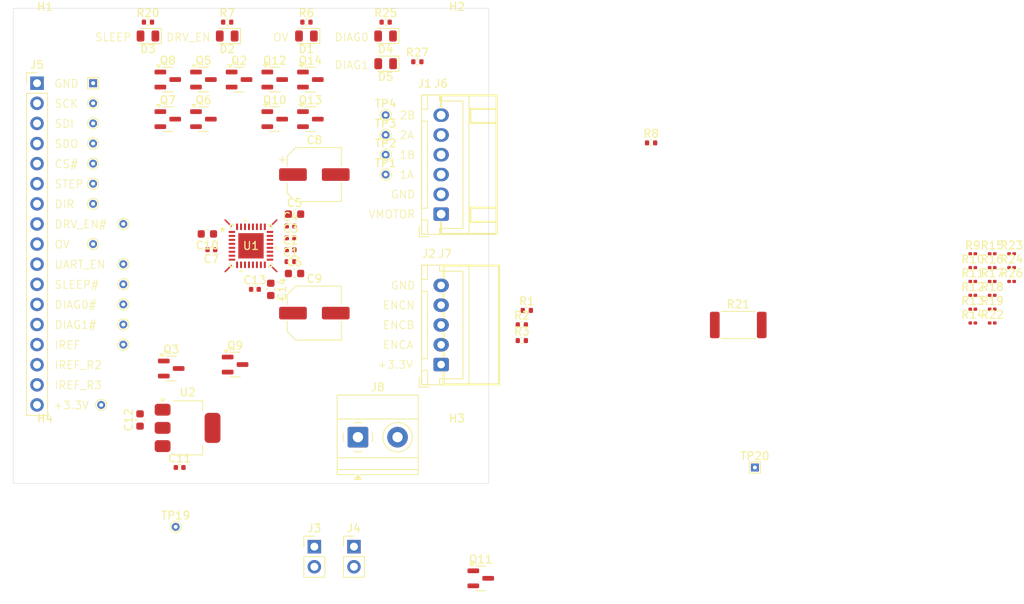
<source format=kicad_pcb>
(kicad_pcb (version 20241229) (generator "pcbnew") (generator_version "9.0")
  (layers (0 "F.Cu" signal) (2 "B.Cu" signal) (13 "F.Paste" user) (15 "B.Paste" user) (5 "F.SilkS" user "F.Silkscreen") (7 "B.SilkS" user "B.Silkscreen") (1 "F.Mask" user) (3 "B.Mask" user) (25 "Edge.Cuts" user))
  (net 0 "")
  (net 1 "GND")
  (net 2 "VMOTOR")
  (net 3 "+3.3V")
  (net 4 "+1V8")
  (net 5 "/CPO")
  (net 6 "/CPI")
  (net 7 "Net-(U1A-VCP)")
  (net 8 "Net-(D1-A)")
  (net 9 "Net-(D1-K)")
  (net 10 "Net-(D2-K)")
  (net 11 "Net-(D2-A)")
  (net 12 "Net-(D3-K)")
  (net 13 "Net-(D3-A)")
  (net 14 "Net-(D4-K)")
  (net 15 "Net-(D4-A)")
  (net 16 "Net-(D5-K)")
  (net 17 "Net-(D5-A)")
  (net 18 "/OUT2B")
  (net 19 "/OUT1A")
  (net 20 "/OUT1B")
  (net 21 "/OUT2A")
  (net 22 "/ENCN")
  (net 23 "/ENCB")
  (net 24 "/ENCA")
  (net 25 "/IREF_R2")
  (net 26 "/IREF_R3")
  (net 27 "/DIR")
  (net 28 "/SLEEP#")
  (net 29 "/DIAG0#")
  (net 30 "/IREF")
  (net 31 "/SPI_CS#")
  (net 32 "/DIAG1#")
  (net 33 "/OV")
  (net 34 "/UART_EN")
  (net 35 "/STEP")
  (net 36 "/DRV_EN#")
  (net 37 "/SPI_SCK")
  (net 38 "/SPI_SDI")
  (net 39 "Net-(Q3-D)")
  (net 40 "/EN_AH")
  (net 41 "/SLEEP_EN#")
  (net 42 "Net-(Q9-D)")
  (net 43 "Net-(Q11-D)")
  (net 44 "/DIAG1_AH")
  (net 45 "Net-(R13-Pad2)")
  (net 46 "Net-(R14-Pad2)")
  (net 47 "Net-(U1A-CLK)")
  (net 49 "/SPI_SDO")
  (net 50 "/SLEEP_AH")
  (net 51 "/DIAG0_AH")
  (footprint "Connector_JST:JST_XH_B5B-XH-A_1x05_P2.50mm_Vertical" (layer "F.Cu") (at 170 105 90)
    (property "Reference" "J7" (at 14 0.5 180) (layer "F.SilkS"))
    (property "Value" "Conn_01x05")
    (pad "1" thru_hole roundrect (at 0 0 90) (size 1.7 1.95) (drill 0.95) (layers "*.Cu" "*.Mask") (roundrect_rratio 0.147059) (net 3 "+3.3V"))
    (pad "2" thru_hole oval (at 2.5 0 90) (size 1.7 1.95) (drill 0.95) (layers "*.Cu" "*.Mask") (net 24 "/ENCA"))
    (pad "3" thru_hole oval (at 5 0 90) (size 1.7 1.95) (drill 0.95) (layers "*.Cu" "*.Mask") (net 23 "/ENCB"))
    (pad "4" thru_hole oval (at 7.5 0 90) (size 1.7 1.95) (drill 0.95) (layers "*.Cu" "*.Mask") (net 22 "/ENCN"))
    (pad "5" thru_hole oval (at 10 0 90) (size 1.7 1.95) (drill 0.95) (layers "*.Cu" "*.Mask") (net 1 "GND"))
  )
  (footprint "TestPoint:TestPoint_THTPad_D1.0mm_Drill0.5mm" (layer "F.Cu") (at 126.08 79.62)
    (property "Reference" "TP8" (hide yes))
    (property "Value" "TestPoint")
    (pad "1" thru_hole circle (at 0 0) (size 1 1) (drill 0.5) (layers "*.Cu" "*.Mask") (net 31 "/SPI_CS#"))
  )
  (footprint "Package_TO_SOT_SMD:SOT-223-3_TabPin2" (layer "F.Cu") (at 138 113)
    (property "Reference" "U2" (at 0 -4.5 0) (layer "F.SilkS"))
    (property "Value" "LD1117S18TR_SOT223")
    (pad "1" smd roundrect (at -3.15 -2.3) (size 2 1.5) (layers "F.Cu" "F.Mask" "F.Paste") (net 1 "GND"))
    (pad "2" smd roundrect (at -3.15 0) (size 2 1.5) (layers "F.Cu" "F.Mask" "F.Paste") (net 4 "+1V8"))
    (pad "2" smd roundrect (at 3.15 0) (size 2 3.8) (layers "F.Cu" "F.Mask" "F.Paste") (net 4 "+1V8"))
    (pad "3" smd roundrect (at -3.15 2.3) (size 2 1.5) (layers "F.Cu" "F.Mask" "F.Paste") (net 3 "+3.3V"))
  )
  (footprint "Package_TO_SOT_SMD:SOT-23" (layer "F.Cu") (at 153.5 69)
    (property "Reference" "Q14" (at 0 -2.4 0) (layer "F.SilkS"))
    (property "Value" "2N7002")
    (pad "1" smd roundrect (at -0.9375 -0.95) (size 1.475 0.6) (layers "F.Cu" "F.Mask" "F.Paste") (net 44 "/DIAG1_AH"))
    (pad "2" smd roundrect (at -0.9375 0.95) (size 1.475 0.6) (layers "F.Cu" "F.Mask" "F.Paste") (net 1 "GND"))
    (pad "3" smd roundrect (at 0.9375 0) (size 1.475 0.6) (layers "F.Cu" "F.Mask" "F.Paste") (net 16 "Net-(D5-K)"))
  )
  (footprint "TestPoint:TestPoint_THTPad_D1.0mm_Drill0.5mm" (layer "F.Cu") (at 126.08 74.54)
    (property "Reference" "TP6" (hide yes))
    (property "Value" "TestPoint")
    (pad "1" thru_hole circle (at 0 0) (size 1 1) (drill 0.5) (layers "*.Cu" "*.Mask") (net 38 "/SPI_SDI"))
  )
  (footprint "Capacitor_SMD:CP_Elec_6.3x7.7" (layer "F.Cu") (at 154 81)
    (property "Reference" "C8" (at 0 -4.35 0) (layer "F.SilkS"))
    (property "Value" "47uF 63V")
    (pad "1" smd roundrect (at -2.7 0) (size 3.5 1.6) (layers "F.Cu" "F.Mask" "F.Paste") (roundrect_rratio 0.15625) (net 2 "VMOTOR"))
    (pad "2" smd roundrect (at 2.7 0) (size 3.5 1.6) (layers "F.Cu" "F.Mask" "F.Paste") (roundrect_rratio 0.15625) (net 1 "GND"))
  )
  (footprint "Capacitor_SMD:C_0402_1005Metric" (layer "F.Cu") (at 137 118)
    (property "Reference" "C11" (at 0 -1.16 0) (layer "F.SilkS"))
    (property "Value" "100nF 50V")
    (pad "1" smd roundrect (at -0.48 0) (size 0.56 0.62) (layers "F.Cu" "F.Mask" "F.Paste") (net 3 "+3.3V"))
    (pad "2" smd roundrect (at 0.48 0) (size 0.56 0.62) (layers "F.Cu" "F.Mask" "F.Paste") (net 1 "GND"))
  )
  (footprint "TestPoint:TestPoint_THTPad_D1.0mm_Drill0.5mm" (layer "F.Cu") (at 129.89 97.4)
    (property "Reference" "TP15" (hide yes))
    (property "Value" "TestPoint")
    (pad "1" thru_hole circle (at 0 0) (size 1 1) (drill 0.5) (layers "*.Cu" "*.Mask") (net 29 "/DIAG0#"))
  )
  (footprint "Capacitor_SMD:C_0402_1005Metric" (layer "F.Cu") (at 141 90.5 180)
    (property "Reference" "C7" (at 0 -1.16 0) (layer "F.SilkS"))
    (property "Value" "100nF 50V")
    (pad "1" smd roundrect (at -0.48 0 180) (size 0.56 0.62) (layers "F.Cu" "F.Mask" "F.Paste") (net 3 "+3.3V"))
    (pad "2" smd roundrect (at 0.48 0 180) (size 0.56 0.62) (layers "F.Cu" "F.Mask" "F.Paste") (net 1 "GND"))
  )
  (footprint "Capacitor_SMD:CP_Elec_6.3x7.7" (layer "F.Cu") (at 154 98.5)
    (property "Reference" "C9" (at 0 -4.35 0) (layer "F.SilkS"))
    (property "Value" "47uF 63V")
    (pad "1" smd roundrect (at -2.7 0) (size 3.5 1.6) (layers "F.Cu" "F.Mask" "F.Paste") (roundrect_rratio 0.15625) (net 2 "VMOTOR"))
    (pad "2" smd roundrect (at 2.7 0) (size 3.5 1.6) (layers "F.Cu" "F.Mask" "F.Paste") (roundrect_rratio 0.15625) (net 1 "GND"))
  )
  (footprint "Package_TO_SOT_SMD:SOT-23" (layer "F.Cu") (at 149 74)
    (property "Reference" "Q10" (at 0 -2.4 0) (layer "F.SilkS"))
    (property "Value" "2N7002")
    (pad "1" smd roundrect (at -0.9375 -0.95) (size 1.475 0.6) (layers "F.Cu" "F.Mask" "F.Paste") (net 29 "/DIAG0#"))
    (pad "2" smd roundrect (at -0.9375 0.95) (size 1.475 0.6) (layers "F.Cu" "F.Mask" "F.Paste") (net 1 "GND"))
    (pad "3" smd roundrect (at 0.9375 0) (size 1.475 0.6) (layers "F.Cu" "F.Mask" "F.Paste") (net 51 "/DIAG0_AH"))
  )
  (footprint "Resistor_SMD:R_0201_0603Metric" (layer "F.Cu") (at 242 92.75)
    (property "Reference" "R24" (at 0 -1.05 0) (layer "F.SilkS"))
    (property "Value" "24k")
    (pad "1" smd roundrect (at -0.32 0) (size 0.46 0.4) (layers "F.Cu" "F.Mask") (net 3 "+3.3V"))
    (pad "2" smd roundrect (at 0.32 0) (size 0.46 0.4) (layers "F.Cu" "F.Mask") (net 51 "/DIAG0_AH"))
  )
  (footprint "Resistor_SMD:R_0402_1005Metric" (layer "F.Cu") (at 180.182 101.972)
    (property "Reference" "R3" (at 0 -1.17 0) (layer "F.SilkS"))
    (property "Value" "100k")
    (pad "1" smd roundrect (at -0.51 0) (size 0.54 0.64) (layers "F.Cu" "F.Mask" "F.Paste") (net 24 "/ENCA"))
    (pad "2" smd roundrect (at 0.51 0) (size 0.54 0.64) (layers "F.Cu" "F.Mask" "F.Paste") (net 1 "GND"))
  )
  (footprint "Capacitor_SMD:C_0402_1005Metric" (layer "F.Cu") (at 151 87.5)
    (property "Reference" "C4" (at 0 -1.16 0) (layer "F.SilkS"))
    (property "Value" "100nF 50V")
    (pad "1" smd roundrect (at -0.48 0) (size 0.56 0.62) (layers "F.Cu" "F.Mask" "F.Paste") (net 2 "VMOTOR"))
    (pad "2" smd roundrect (at 0.48 0) (size 0.56 0.62) (layers "F.Cu" "F.Mask" "F.Paste") (net 1 "GND"))
  )
  (footprint "Package_TO_SOT_SMD:SOT-23" (layer "F.Cu") (at 135.5 74)
    (property "Reference" "Q7" (at 0 -2.4 0) (layer "F.SilkS"))
    (property "Value" "2N7002")
    (pad "1" smd roundrect (at -0.9375 -0.95) (size 1.475 0.6) (layers "F.Cu" "F.Mask" "F.Paste") (net 41 "/SLEEP_EN#"))
    (pad "2" smd roundrect (at -0.9375 0.95) (size 1.475 0.6) (layers "F.Cu" "F.Mask" "F.Paste") (net 1 "GND"))
    (pad "3" smd roundrect (at 0.9375 0) (size 1.475 0.6) (layers "F.Cu" "F.Mask" "F.Paste") (net 50 "/SLEEP_AH"))
  )
  (footprint "TestPoint:TestPoint_THTPad_D1.0mm_Drill0.5mm" (layer "F.Cu") (at 127.096 110.1)
    (property "Reference" "TP18" (hide yes))
    (property "Value" "TestPoint")
    (pad "1" thru_hole circle (at 0 0) (size 1 1) (drill 0.5) (layers "*.Cu" "*.Mask") (net 3 "+3.3V"))
  )
  (footprint "TestPoint:TestPoint_THTPad_D1.0mm_Drill0.5mm" (layer "F.Cu") (at 129.89 87.24)
    (property "Reference" "TP11" (hide yes))
    (property "Value" "TestPoint")
    (pad "1" thru_hole circle (at 0 0) (size 1 1) (drill 0.5) (layers "*.Cu" "*.Mask") (net 36 "/DRV_EN#"))
  )
  (footprint "TerminalBlock_Phoenix:TerminalBlock_Phoenix_MKDS-1,5-2_1x02_P5.00mm_Horizontal" (layer "F.Cu") (at 159.5 114.1725)
    (property "Reference" "J8" (at 2.5 -6.32 0) (layer "F.SilkS"))
    (property "Value" "Conn_01x02")
    (pad "1" thru_hole roundrect (at 0 0) (size 2.6 2.6) (drill 1.3) (layers "*.Cu" "*.Mask") (roundrect_rratio 0.096154) (net 1 "GND"))
    (pad "2" thru_hole circle (at 5 0) (size 2.6 2.6) (drill 1.3) (layers "*.Cu" "*.Mask") (net 2 "VMOTOR"))
  )
  (footprint "Capacitor_SMD:C_0603_1608Metric" (layer "F.Cu") (at 151.5 86)
    (property "Reference" "C5" (at 0 -1.43 0) (layer "F.SilkS"))
    (property "Value" "1uF 50V")
    (pad "1" smd roundrect (at -0.775 0) (size 0.9 0.95) (layers "F.Cu" "F.Mask" "F.Paste") (net 2 "VMOTOR"))
    (pad "2" smd roundrect (at 0.775 0) (size 0.9 0.95) (layers "F.Cu" "F.Mask" "F.Paste") (net 1 "GND"))
  )
  (footprint "Package_TO_SOT_SMD:SOT-23" (layer "F.Cu") (at 175 132)
    (property "Reference" "Q11" (at 0 -2.4 0) (layer "F.SilkS"))
    (property "Value" "2N7002")
    (pad "1" smd roundrect (at -0.9375 -0.95) (size 1.475 0.6) (layers "F.Cu" "F.Mask" "F.Paste") (net 26 "/IREF_R3"))
    (pad "2" smd roundrect (at -0.9375 0.95) (size 1.475 0.6) (layers "F.Cu" "F.Mask" "F.Paste") (net 1 "GND"))
    (pad "3" smd roundrect (at 0.9375 0) (size 1.475 0.6) (layers "F.Cu" "F.Mask" "F.Paste") (net 43 "Net-(Q11-D)"))
  )
  (footprint "Resistor_SMD:R_0402_1005Metric" (layer "F.Cu") (at 167 66.75)
    (property "Reference" "R27" (at 0 -1.17 0) (layer "F.SilkS"))
    (property "Value" "33")
    (pad "1" smd roundrect (at -0.51 0) (size 0.54 0.64) (layers "F.Cu" "F.Mask" "F.Paste") (net 3 "+3.3V"))
    (pad "2" smd roundrect (at 0.51 0) (size 0.54 0.64) (layers "F.Cu" "F.Mask" "F.Paste") (net 17 "Net-(D5-A)"))
  )
  (footprint "Resistor_SMD:R_0402_1005Metric" (layer "F.Cu") (at 133 61.75)
    (property "Reference" "R20" (at 0 -1.17 0) (layer "F.SilkS"))
    (property "Value" "22")
    (pad "1" smd roundrect (at -0.51 0) (size 0.54 0.64) (layers "F.Cu" "F.Mask" "F.Paste") (net 3 "+3.3V"))
    (pad "2" smd roundrect (at 0.51 0) (size 0.54 0.64) (layers "F.Cu" "F.Mask" "F.Paste") (net 13 "Net-(D3-A)"))
  )
  (footprint "MountingHole:MountingHole_3.2mm_M3" (layer "F.Cu") (at 120 64)
    (property "Reference" "H1" (at 0 -4.2 0) (layer "F.SilkS"))
    (property "Value" "MountingHole")
    (pad "" np_thru_hole circle (at 0 0) (size 3.2 3.2) (drill 3.2) (layers "*.Cu" "*.Mask"))
  )
  (footprint "Package_TO_SOT_SMD:SOT-23" (layer "F.Cu") (at 149 69)
    (property "Reference" "Q12" (at 0 -2.4 0) (layer "F.SilkS"))
    (property "Value" "2N7002")
    (pad "1" smd roundrect (at -0.9375 -0.95) (size 1.475 0.6) (layers "F.Cu" "F.Mask" "F.Paste") (net 51 "/DIAG0_AH"))
    (pad "2" smd roundrect (at -0.9375 0.95) (size 1.475 0.6) (layers "F.Cu" "F.Mask" "F.Paste") (net 1 "GND"))
    (pad "3" smd roundrect (at 0.9375 0) (size 1.475 0.6) (layers "F.Cu" "F.Mask" "F.Paste") (net 14 "Net-(D4-K)"))
  )
  (footprint "Capacitor_SMD:C_0402_1005Metric" (layer "F.Cu") (at 146.5 95.5)
    (property "Reference" "C13" (at 0 -1.16 0) (layer "F.SilkS"))
    (property "Value" "22nF 50V")
    (pad "1" smd roundrect (at -0.48 0) (size 0.56 0.62) (layers "F.Cu" "F.Mask" "F.Paste") (net 6 "/CPI"))
    (pad "2" smd roundrect (at 0.48 0) (size 0.56 0.62) (layers "F.Cu" "F.Mask" "F.Paste") (net 5 "/CPO"))
  )
  (footprint "Resistor_SMD:R_0201_0603Metric" (layer "F.Cu") (at 237.1 91)
    (property "Reference" "R9" (at 0 -1.05 0) (layer "F.SilkS"))
    (property "Value" "24k")
    (pad "1" smd roundrect (at -0.32 0) (size 0.46 0.4) (layers "F.Cu" "F.Mask") (net 3 "+3.3V"))
    (pad "2" smd roundrect (at 0.32 0) (size 0.46 0.4) (layers "F.Cu" "F.Mask") (net 33 "/OV"))
  )
  (footprint "Resistor_SMD:R_0402_1005Metric" (layer "F.Cu") (at 180.182 99.982)
    (property "Reference" "R2" (at 0 -1.17 0) (layer "F.SilkS"))
    (property "Value" "100k")
    (pad "1" smd roundrect (at -0.51 0) (size 0.54 0.64) (layers "F.Cu" "F.Mask" "F.Paste") (net 23 "/ENCB"))
    (pad "2" smd roundrect (at 0.51 0) (size 0.54 0.64) (layers "F.Cu" "F.Mask" "F.Paste") (net 1 "GND"))
  )
  (footprint "TestPoint:TestPoint_THTPad_D1.0mm_Drill0.5mm" (layer "F.Cu") (at 126.08 77.08)
    (property "Reference" "TP7" (hide yes))
    (property "Value" "TestPoint")
    (pad "1" thru_hole circle (at 0 0) (size 1 1) (drill 0.5) (layers "*.Cu" "*.Mask") (net 49 "/SPI_SDO"))
  )
  (footprint "Package_TO_SOT_SMD:SOT-23" (layer "F.Cu") (at 144 105)
    (property "Reference" "Q9" (at 0 -2.4 0) (layer "F.SilkS"))
    (property "Value" "2N7002")
    (pad "1" smd roundrect (at -0.9375 -0.95) (size 1.475 0.6) (layers "F.Cu" "F.Mask" "F.Paste") (net 33 "/OV"))
    (pad "2" smd roundrect (at -0.9375 0.95) (size 1.475 0.6) (layers "F.Cu" "F.Mask" "F.Paste") (net 1 "GND"))
    (pad "3" smd roundrect (at 0.9375 0) (size 1.475 0.6) (layers "F.Cu" "F.Mask" "F.Paste") (net 42 "Net-(Q9-D)"))
  )
  (footprint "Resistor_SMD:R_0402_1005Metric" (layer "F.Cu") (at 153 61.75)
    (property "Reference" "R6" (at 0 -1.17 0) (layer "F.SilkS"))
    (property "Value" "33")
    (pad "1" smd roundrect (at -0.51 0) (size 0.54 0.64) (layers "F.Cu" "F.Mask" "F.Paste") (net 3 "+3.3V"))
    (pad "2" smd roundrect (at 0.51 0) (size 0.54 0.64) (layers "F.Cu" "F.Mask" "F.Paste") (net 8 "Net-(D1-A)"))
  )
  (footprint "TestPoint:TestPoint_THTPad_D1.0mm_Drill0.5mm" (layer "F.Cu") (at 126.08 82.16)
    (property "Reference" "TP9" (hide yes))
    (property "Value" "TestPoint")
    (pad "1" thru_hole circle (at 0 0) (size 1 1) (drill 0.5) (layers "*.Cu" "*.Mask") (net 35 "/STEP"))
  )
  (footprint "TestPoint:TestPoint_THTPad_D1.0mm_Drill0.5mm" (layer "F.Cu") (at 126.08 89.78)
    (property "Reference" "TP12" (hide yes))
    (property "Value" "TestPoint")
    (pad "1" thru_hole circle (at 0 0) (size 1 1) (drill 0.5) (layers "*.Cu" "*.Mask") (net 33 "/OV"))
  )
  (footprint "LED_SMD:LED_0805_2012Metric" (layer "F.Cu") (at 162.9875 63.5 180)
    (property "Reference" "D4" (at 0 -1.65 0) (layer "F.SilkS"))
    (property "Value" "RED")
    (pad "1" smd roundrect (at -0.9375 0 180) (size 0.975 1.4) (layers "F.Cu" "F.Mask" "F.Paste") (net 14 "Net-(D4-K)"))
    (pad "2" smd roundrect (at 0.9375 0 180) (size 0.975 1.4) (layers "F.Cu" "F.Mask" "F.Paste") (net 15 "Net-(D4-A)"))
  )
  (footprint "LED_SMD:LED_0805_2012Metric" (layer "F.Cu") (at 163 67 180)
    (property "Reference" "D5" (at 0 -1.65 0) (layer "F.SilkS"))
    (property "Value" "RED")
    (pad "1" smd roundrect (at -0.9375 0 180) (size 0.975 1.4) (layers "F.Cu" "F.Mask" "F.Paste") (net 16 "Net-(D5-K)"))
    (pad "2" smd roundrect (at 0.9375 0 180) (size 0.975 1.4) (layers "F.Cu" "F.Mask" "F.Paste") (net 17 "Net-(D5-A)"))
  )
  (footprint "TestPoint:TestPoint_THTPad_D1.0mm_Drill0.5mm" (layer "F.Cu") (at 163 73.5)
    (property "Reference" "TP4" (at 0 -1.448 0) (layer "F.SilkS"))
    (property "Value" "TestPoint")
    (pad "1" thru_hole circle (at 0 0) (size 1 1) (drill 0.5) (layers "*.Cu" "*.Mask") (net 18 "/OUT2B"))
  )
  (footprint "Resistor_SMD:R_0201_0603Metric" (layer "F.Cu") (at 242 94.5)
    (property "Reference" "R26" (at 0 -1.05 0) (layer "F.SilkS"))
    (property "Value" "24k")
    (pad "1" smd roundrect (at -0.32 0) (size 0.46 0.4) (layers "F.Cu" "F.Mask") (net 3 "+3.3V"))
    (pad "2" smd roundrect (at 0.32 0) (size 0.46 0.4) (layers "F.Cu" "F.Mask") (net 44 "/DIAG1_AH"))
  )
  (footprint "Resistor_SMD:R_0201_0603Metric" (layer "F.Cu") (at 239.55 91)
    (property "Reference" "R15" (at 0 -1.05 0) (layer "F.SilkS"))
    (property "Value" "24k")
    (pad "1" smd roundrect (at -0.32 0) (size 0.46 0.4) (layers "F.Cu" "F.Mask") (net 30 "/IREF"))
    (pad "2" smd roundrect (at 0.32 0) (size 0.46 0.4) (layers "F.Cu" "F.Mask") (net 39 "Net-(Q3-D)"))
  )
  (footprint "Resistor_SMD:R_0201_0603Metric" (layer "F.Cu") (at 237.1 98)
    (property "Reference" "R13" (at 0 -1.05 0) (layer "F.SilkS"))
    (property "Value" "24k")
    (pad "1" smd roundrect (at -0.32 0) (size 0.46 0.4) (layers "F.Cu" "F.Mask") (net 30 "/IREF"))
    (pad "2" smd roundrect (at 0.32 0) (size 0.46 0.4) (layers "F.Cu" "F.Mask") (net 45 "Net-(R13-Pad2)"))
  )
  (footprint "MountingHole:MountingHole_3.2mm_M3" (layer "F.Cu") (at 172 116)
    (property "Reference" "H3" (at 0 -4.2 0) (layer "F.SilkS"))
    (property "Value" "MountingHole")
    (pad "" np_thru_hole circle (at 0 0) (size 3.2 3.2) (drill 3.2) (layers "*.Cu" "*.Mask"))
  )
  (footprint "TestPoint:TestPoint_THTPad_D1.0mm_Drill0.5mm" (layer "F.Cu") (at 129.89 99.94)
    (property "Reference" "TP16" (hide yes))
    (property "Value" "TestPoint")
    (pad "1" thru_hole circle (at 0 0) (size 1 1) (drill 0.5) (layers "*.Cu" "*.Mask") (net 32 "/DIAG1#"))
  )
  (footprint "Package_TO_SOT_SMD:SOT-23" (layer "F.Cu") (at 140 74)
    (property "Reference" "Q6" (at 0 -2.4 0) (layer "F.SilkS"))
    (property "Value" "2N7002")
    (pad "1" smd roundrect (at -0.9375 -0.95) (size 1.475 0.6) (layers "F.Cu" "F.Mask" "F.Paste") (net 36 "/DRV_EN#"))
    (pad "2" smd roundrect (at -0.9375 0.95) (size 1.475 0.6) (layers "F.Cu" "F.Mask" "F.Paste") (net 1 "GND"))
    (pad "3" smd roundrect (at 0.9375 0) (size 1.475 0.6) (layers "F.Cu" "F.Mask" "F.Paste") (net 40 "/EN_AH"))
  )
  (footprint "TestPoint:TestPoint_THTPad_D1.0mm_Drill0.5mm" (layer "F.Cu") (at 129.89 94.86)
    (property "Reference" "TP14" (hide yes))
    (property "Value" "TestPoint")
    (pad "1" thru_hole circle (at 0 0) (size 1 1) (drill 0.5) (layers "*.Cu" "*.Mask") (net 28 "/SLEEP#"))
  )
  (footprint "Capacitor_SMD:C_0402_1005Metric" (layer "F.Cu") (at 151 89)
    (property "Reference" "C3" (at 0 -1.16 0) (layer "F.SilkS"))
    (property "Value" "100nF 50V")
    (pad "1" smd roundrect (at -0.48 0) (size 0.56 0.62) (layers "F.Cu" "F.Mask" "F.Paste") (net 2 "VMOTOR"))
    (pad "2" smd roundrect (at 0.48 0) (size 0.56 0.62) (layers "F.Cu" "F.Mask" "F.Paste") (net 1 "GND"))
  )
  (footprint "TestPoint:TestPoint_THTPad_D1.0mm_Drill0.5mm" (layer "F.Cu") (at 126.08 72)
    (property "Reference" "TP5" (hide yes))
    (property "Value" "TestPoint")
    (pad "1" thru_hole circle (at 0 0) (size 1 1) (drill 0.5) (layers "*.Cu" "*.Mask") (net 37 "/SPI_SCK"))
  )
  (footprint "LED_SMD:LED_0805_2012Metric" (layer "F.Cu") (at 153 63.5 180)
    (property "Reference" "D1" (at 0 -1.65 0) (layer "F.SilkS"))
    (property "Value" "RED")
    (pad "1" smd roundrect (at -0.9375 0 180) (size 0.975 1.4) (layers "F.Cu" "F.Mask" "F.Paste") (net 9 "Net-(D1-K)"))
    (pad "2" smd roundrect (at 0.9375 0 180) (size 0.975 1.4) (layers "F.Cu" "F.Mask" "F.Paste") (net 8 "Net-(D1-A)"))
  )
  (footprint "Package_TO_SOT_SMD:SOT-23" (layer "F.Cu") (at 135.9375 105.5)
    (property "Reference" "Q3" (at 0 -2.4 0) (layer "F.SilkS"))
    (property "Value" "2N7002")
    (pad "1" smd roundrect (at -0.9375 -0.95) (size 1.475 0.6) (layers "F.Cu" "F.Mask" "F.Paste") (net 25 "/IREF_R2"))
    (pad "2" smd roundrect (at -0.9375 0.95) (size 1.475 0.6) (layers "F.Cu" "F.Mask" "F.Paste") (net 1 "GND"))
    (pad "3" smd roundrect (at 0.9375 0) (size 1.475 0.6) (layers "F.Cu" "F.Mask" "F.Paste") (net 39 "Net-(Q3-D)"))
  )
  (footprint "Capacitor_SMD:C_0402_1005Metric" (layer "F.Cu") (at 151 90.5)
    (property "Reference" "C2" (at 0 -1.16 0) (layer "F.SilkS"))
    (property "Value" "100nF 50V")
    (pad "1" smd roundrect (at -0.48 0) (size 0.56 0.62) (layers "F.Cu" "F.Mask" "F.Paste") (net 2 "VMOTOR"))
    (pad "2" smd roundrect (at 0.48 0) (size 0.56 0.62) (layers "F.Cu" "F.Mask" "F.Paste") (net 1 "GND"))
  )
  (footprint "Resistor_SMD:R_0201_0603Metric" (layer "F.Cu") (at 239.55 94.5)
    (property "Reference" "R17" (at 0 -1.05 0) (layer "F.SilkS"))
    (property "Value" "24k")
    (pad "1" smd roundrect (at -0.32 0) (size 0.46 0.4) (layers "F.Cu" "F.Mask") (net 46 "Net-(R14-Pad2)"))
    (pad "2" smd roundrect (at 0.32 0) (size 0.46 0.4) (layers "F.Cu" "F.Mask") (net 43 "Net-(Q11-D)"))
  )
  (footprint "Package_TO_SOT_SMD:SOT-23" (layer "F.Cu") (at 140 69)
    (property "Reference" "Q5" (at 0 -2.4 0) (layer "F.SilkS"))
    (property "Value" "2N7002")
    (pad "1" smd roundrect (at -0.9375 -0.95) (size 1.475 0.6) (layers "F.Cu" "F.Mask" "F.Paste") (net 40 "/EN_AH"))
    (pad "2" smd roundrect (at -0.9375 0.95) (size 1.475 0.6) (layers "F.Cu" "F.Mask" "F.Paste") (net 1 "GND"))
    (pad "3" smd roundrect (at 0.9375 0) (size 1.475 0.6) (layers "F.Cu" "F.Mask" "F.Paste") (net 10 "Net-(D2-K)"))
  )
  (footprint "MountingHole:MountingHole_3.2mm_M3" (layer "F.Cu") (at 120 116)
    (property "Reference" "H4" (at 0 -4.2 0) (layer "F.SilkS"))
    (property "Value" "MountingHole")
    (pad "" np_thru_hole circle (at 0 0) (size 3.2 3.2) (drill 3.2) (layers "*.Cu" "*.Mask"))
  )
  (footprint "Capacitor_SMD:C_0603_1608Metric" (layer "F.Cu") (at 140.5 88.5 180)
    (property "Reference" "C10" (at 0 -1.43 0) (layer "F.SilkS"))
    (property "Value" "2.2uF 16V")
    (pad "1" smd roundrect (at -0.775 0 180) (size 0.9 0.95) (layers "F.Cu" "F.Mask" "F.Paste") (net 4 "+1V8"))
    (pad "2" smd roundrect (at 0.775 0 180) (size 0.9 0.95) (layers "F.Cu" "F.Mask" "F.Paste") (net 1 "GND"))
  )
  (footprint "XH-W-6A:CONN-TH_6P-P2.50_DEALON_XH-W-6A" (layer "F.Cu") (at 170 79.75 90)
    (property "Reference" "J1" (at 10.25 -3 180) (layer "F.SilkS") (effects (justify left)))
    (property "Value" "Conn_01x06")
    (pad "1" thru_hole rect (at -6.25 0 90) (size 1.6 1.6) (drill 1.1) (layers "*.Cu" "*.Mask") (net 2 "VMOTOR"))
    (pad "2" thru_hole circle (at -3.75 0 90) (size 1.6 1.6) (drill 1.1) (layers "*.Cu" "*.Mask") (net 1 "GND"))
    (pad "3" thru_hole circle (at -1.25 0 90) (size 1.6 1.6) (drill 1.1) (layers "*.Cu" "*.Mask") (net 19 "/OUT1A"))
    (pad "4" thru_hole circle (at 1.25 0 90) (size 1.6 1.6) (drill 1.1) (layers "*.Cu" "*.Mask") (net 20 "/OUT1B"))
    (pad "5" thru_hole circle (at 3.75 0 90) (size 1.6 1.6) (drill 1.1) (layers "*.Cu" "*.Mask") (net 21 "/OUT2A"))
    (pad "6" thru_hole circle (at 6.25 0 90) (size 1.6 1.6) (drill 1.1) (layers "*.Cu" "*.Mask") (net 18 "/OUT2B"))
  )
  (footprint "Capacitor_SMD:C_0603_1608Metric" (layer "F.Cu") (at 151.5 93.5)
    (property "Reference" "C6" (at 0 -1.43 0) (layer "F.SilkS"))
    (property "Value" "1uF 50V")
    (pad "1" smd roundrect (at -0.775 0) (size 0.9 0.95) (layers "F.Cu" "F.Mask" "F.Paste") (net 2 "VMOTOR"))
    (pad "2" smd roundrect (at 0.775 0) (size 0.9 0.95) (layers "F.Cu" "F.Mask" "F.Paste") (net 1 "GND"))
  )
  (footprint "Resistor_SMD:R_0201_0603Metric" (layer "F.Cu") (at 237.1 92.75)
    (property "Reference" "R10" (at 0 -1.05 0) (layer "F.SilkS"))
    (property "Value" "24k")
    (pad "1" smd roundrect (at -0.32 0) (size 0.46 0.4) (layers "F.Cu" "F.Mask") (net 3 "+3.3V"))
    (pad "2" smd roundrect (at 0.32 0) (size 0.46 0.4) (layers "F.Cu" "F.Mask") (net 34 "/UART_EN"))
  )
  (footprint "Resistor_SMD:R_0201_0603Metric" (layer "F.Cu") (at 237.1 96.25)
    (property "Reference" "R12" (at 0 -1.05 0) (layer "F.SilkS"))
    (property "Value" "24k")
    (pad "1" smd roundrect (at -0.32 0) (size 0.46 0.4) (layers "F.Cu" "F.Mask") (net 3 "+3.3V"))
    (pad "2" smd roundrect (at 0.32 0) (size 0.46 0.4) (layers "F.Cu" "F.Mask") (net 28 "/SLEEP#"))
  )
  (footprint "TestPoint:TestPoint_THTPad_D1.0mm_Drill0.5mm" (layer "F.Cu") (at 129.89 102.48)
    (property "Reference" "TP17" (hide yes))
    (property "Value" "TestPoint")
    (pad "1" thru_hole circle (at 0 0) (size 1 1) (drill 0.5) (layers "*.Cu" "*.Mask") (net 30 "/IREF"))
  )
  (footprint "Resistor_SMD:R_0201_0603Metric" (layer "F.Cu") (at 237.1 99.75)
    (property "Reference" "R14" (at 0 -1.05 0) (layer "F.SilkS"))
    (property "Value" "24k")
    (pad "1" smd roundrect (at -0.32 0) (size 0.46 0.4) (layers "F.Cu" "F.Mask") (net 30 "/IREF"))
    (pad "2" smd roundrect (at 0.32 0) (size 0.46 0.4) (layers "F.Cu" "F.Mask") (net 46 "Net-(R14-Pad2)"))
  )
  (footprint "Package_TO_SOT_SMD:SOT-23" (layer "F.Cu") (at 153.5 74)
    (property "Reference" "Q13" (at 0 -2.4 0) (layer "F.SilkS"))
    (property "Value" "2N7002")
    (pad "1" smd roundrect (at -0.9375 -0.95) (size 1.475 0.6) (layers "F.Cu" "F.Mask" "F.Paste") (net 32 "/DIAG1#"))
    (pad "2" smd roundrect (at -0.9375 0.95) (size 1.475 0.6) (layers "F.Cu" "F.Mask" "F.Paste") (net 1 "GND"))
    (pad "3" smd roundrect (at 0.9375 0) (size 1.475 0.6) (layers "F.Cu" "F.Mask" "F.Paste") (net 44 "/DIAG1_AH"))
  )
  (footprint "TestPoint:TestPoint_THTPad_D1.0mm_Drill0.5mm" (layer "F.Cu") (at 163 81)
    (property "Reference" "TP1" (at 0 -1.448 0) (layer "F.SilkS"))
    (property "Value" "TestPoint")
    (pad "1" thru_hole circle (at 0 0) (size 1 1) (drill 0.5) (layers "*.Cu" "*.Mask") (net 19 "/OUT1A"))
  )
  (footprint "Connector_PinHeader_2.54mm:PinHeader_1x02_P2.54mm_Vertical" (layer "F.Cu") (at 154 128)
    (property "Reference" "J3" (at 0 -2.33 0) (layer "F.SilkS"))
    (property "Value" "Conn_01x02")
    (pad "1" thru_hole rect (at 0 0) (size 1.7 1.7) (drill 1) (layers "*.Cu" "*.Mask") (net 3 "+3.3V"))
    (pad "2" thru_hole oval (at 0 2.54) (size 1.7 1.7) (drill 1) (layers "*.Cu" "*.Mask") (net 25 "/IREF_R2"))
  )
  (footprint "MountingHole:MountingHole_3.2mm_M3" (layer "F.Cu") (at 172 64)
    (property "Reference" "H2" (at 0 -4.2 0) (layer "F.SilkS"))
    (property "Value" "MountingHole")
    (pad "" np_thru_hole circle (at 0 0) (size 3.2 3.2) (drill 3.2) (layers "*.Cu" "*.Mask"))
  )
  (footprint "TestPoint:TestPoint_THTPad_D1.0mm_Drill0.5mm" (layer "F.Cu") (at 126.08 84.7)
    (property "Reference" "TP10" (hide yes))
    (property "Value" "TestPoint")
    (pad "1" thru_hole circle (at 0 0) (size 1 1) (drill 0.5) (layers "*.Cu" "*.Mask") (net 27 "/DIR"))
  )
  (footprint "Resistor_SMD:R_0201_0603Metric" (layer "F.Cu") (at 242 91)
    (property "Reference" "R23" (at 0 -1.05 0) (layer "F.SilkS"))
    (property "Value" "24k")
    (pad "1" smd roundrect (at -0.32 0) (size 0.46 0.4) (layers "F.Cu" "F.Mask") (net 25 "/IREF_R2"))
    (pad "2" smd roundrect (at 0.32 0) (size 0.46 0.4) (layers "F.Cu" "F.Mask") (net 1 "GND"))
  )
  (footprint "ul_TMC2240ATJ-:21-0140_T3255&plus_5C_TRI" (layer "F.Cu") (at 146 90)
    (property "Reference" "U1" (at 0 0 0) (layer "F.SilkS"))
    (property "Value" "TMC2240ATJ+")
    (fp_text user "*" (at -3.5941 -1.75 0) (layer "F.SilkS"))
    (fp_text user "*" (at -3.5941 -1.75 0) (layer "F.SilkS"))
    (pad "1" smd rect (at -2.4003 -1.749999 90) (size 0.254 0.8128) (layers "F.Cu" "F.Mask" "F.Paste") (net 30 "/IREF"))
    (pad "2" smd rect (at -2.4003 -1.25 90) (size 0.254 0.8128) (layers "F.Cu" "F.Mask" "F.Paste"))
    (pad "3" smd rect (at -2.4003 -0.750001 90) (size 0.254 0.8128) (layers "F.Cu" "F.Mask" "F.Paste") (net 4 "+1V8"))
    (pad "4" smd rect (at -2.4003 -0.25 90) (size 0.254 0.8128) (layers "F.Cu" "F.Mask" "F.Paste") (net 1 "GND"))
    (pad "5" smd rect (at -2.4003 0.25 90) (size 0.254 0.8128) (layers "F.Cu" "F.Mask" "F.Paste") (net 3 "+3.3V"))
    (pad "6" smd rect (at -2.4003 0.750001 90) (size 0.254 0.8128) (layers "F.Cu" "F.Mask" "F.Paste") (net 22 "/ENCN"))
    (pad "7" smd rect (at -2.4003 1.25 90) (size 0.254 0.8128) (layers "F.Cu" "F.Mask" "F.Paste") (net 23 "/ENCB"))
    (pad "8" smd rect (at -2.4003 1.749999 90) (size 0.254 0.8128) (layers "F.Cu" "F.Mask" "F.Paste") (net 24 "/ENCA"))
    (pad "9" smd rect (at -1.749999 2.4003) (size 0.254 0.8128) (layers "F.Cu" "F.Mask" "F.Paste") (net 36 "/DRV_EN#"))
    (pad "10" smd rect (at -1.25 2.4003) (size 0.254 0.8128) (layers "F.Cu" "F.Mask" "F.Paste") (net 34 "/UART_EN"))
    (pad "11" smd rect (at -0.750001 2.4003) (size 0.254 0.8128) (layers "F.Cu" "F.Mask" "F.Paste") (net 29 "/DIAG0#"))
    (pad "12" smd rect (at -0.25 2.4003) (size 0.254 0.8128) (layers "F.Cu" "F.Mask" "F.Paste") (net 32 "/DIAG1#"))
    (pad "13" smd rect (at 0.25 2.4003) (size 0.254 0.8128) (layers "F.Cu" "F.Mask" "F.Paste") (net 33 "/OV"))
    (pad "14" smd rect (at 0.750001 2.4003) (size 0.254 0.8128) (layers "F.Cu" "F.Mask" "F.Paste") (net 6 "/CPI"))
    (pad "15" smd rect (at 1.25 2.4003) (size 0.254 0.8128) (layers "F.Cu" "F.Mask" "F.Paste") (net 5 "/CPO"))
    (pad "16" smd rect (at 1.749999 2.4003) (size 0.254 0.8128) (layers "F.Cu" "F.Mask" "F.Paste") (net 7 "Net-(U1A-VCP)"))
    (pad "17" smd rect (at 2.4003 1.749999 90) (size 0.254 0.8128) (layers "F.Cu" "F.Mask" "F.Paste") (net 2 "VMOTOR"))
    (pad "18" smd rect (at 2.4003 1.25 90) (size 0.254 0.8128) (layers "F.Cu" "F.Mask" "F.Paste") (net 20 "/OUT1B"))
    (pad "19" smd rect (at 2.4003 0.750001 90) (size 0.254 0.8128) (layers "F.Cu" "F.Mask" "F.Paste") (net 18 "/OUT2B"))
    (pad "20" smd rect (at 2.4003 0.25 90) (size 0.254 0.8128) (layers "F.Cu" "F.Mask" "F.Paste") (net 2 "VMOTOR"))
    (pad "21" smd rect (at 2.4003 -0.25 90) (size 0.254 0.8128) (layers "F.Cu" "F.Mask" "F.Paste") (net 2 "VMOTOR"))
    (pad "22" smd rect (at 2.4003 -0.750001 90) (size 0.254 0.8128) (layers "F.Cu" "F.Mask" "F.Paste") (net 21 "/OUT2A"))
    (pad "23" smd rect (at 2.4003 -1.25 90) (size 0.254 0.8128) (layers "F.Cu" "F.Mask" "F.Paste") (net 19 "/OUT1A"))
    (pad "24" smd rect (at 2.4003 -1.749999 90) (size 0.254 0.8128) (layers "F.Cu" "F.Mask" "F.Paste") (net 2 "VMOTOR"))
    (pad "25" smd rect (at 1.749999 -2.4003) (size 0.254 0.8128) (layers "F.Cu" "F.Mask" "F.Paste") (net 28 "/SLEEP#"))
    (pad "26" smd rect (at 1.25 -2.4003) (size 0.254 0.8128) (layers "F.Cu" "F.Mask" "F.Paste") (net 31 "/SPI_CS#"))
    (pad "27" smd rect (at 0.750001 -2.4003) (size 0.254 0.8128) (layers "F.Cu" "F.Mask" "F.Paste") (net 37 "/SPI_SCK"))
    (pad "28" smd rect (at 0.25 -2.4003) (size 0.254 0.8128) (layers "F.Cu" "F.Mask" "F.Paste") (net 38 "/SPI_SDI"))
    (pad "29" smd rect (at -0.25 -2.4003) (size 0.254 0.8128) (layers "F.Cu" "F.Mask" "F.Paste") (net 49 "/SPI_SDO"))
    (pad "30" smd rect (at -0.750001 -2.4003) (size 0.254 0.8128) (layers "F.Cu" "F.Mask" "F.Paste") (net 47 "Net-(U1A-CLK)"))
    (pad "31" smd rect (at -1.25 -2.4003) (size 0.254 0.8128) (layers "F.Cu" "F.Mask" "F.Paste") (net 35 "/STEP"))
    (pad "32" smd rect (at -1.749999 -2.4003) (size 0.254 0.8128) (layers "F.Cu" "F.Mask" "F.Paste") (net 27 "/DIR"))
    (pad "33" smd rect (at 0 0) (size 3.2004 3.2004) (layers "F.Cu" "F.Mask" "F.Paste") (net 1 "GND"))
  )
  (footprint "LED_SMD:LED_0805_2012Metric" (layer "F.Cu") (at 133 63.5 180)
    (property "Reference" "D3" (at 0 -1.65 0) (layer "F.SilkS"))
    (property "Value" "WHITE")
    (pad "1" smd roundrect (at -0.9375 0 180) (size 0.975 1.4) (layers "F.Cu" "F.Mask" "F.Paste") (net 12 "Net-(D3-K)"))
    (pad "2" smd roundrect (at 0.9375 0 180) (size 0.975 1.4) (layers "F.Cu" "F.Mask" "F.Paste") (net 13 "Net-(D3-A)"))
  )
  (footprint "Package_TO_SOT_SMD:SOT-23" (layer "F.Cu") (at 144.5 69)
    (property "Reference" "Q2" (at 0 -2.4 0) (layer "F.SilkS"))
    (property "Value" "2N7002")
    (pad "1" smd roundrect (at -0.9375 -0.95) (size 1.475 0.6) (layers "F.Cu" "F.Mask" "F.Paste") (net 33 "/OV"))
    (pad "2" smd roundrect (at -0.9375 0.95) (size 1.475 0.6) (layers "F.Cu" "F.Mask" "F.Paste") (net 1 "GND"))
    (pad "3" smd roundrect (at 0.9375 0) (size 1.475 0.6) (layers "F.Cu" "F.Mask" "F.Paste") (net 9 "Net-(D1-K)"))
  )
  (footprint "TestPoint:TestPoint_THTPad_1.0x1.0mm_Drill0.5mm" (layer "F.Cu") (at 126.08 69.46)
    (property "Reference" "TP21" (hide yes))
    (property "Value" "TestPoint_Alt")
    (pad "1" thru_hole rect (at 0 0) (size 1 1) (drill 0.5) (layers "*.Cu" "*.Mask") (net 1 "GND"))
  )
  (footprint "TestPoint:TestPoint_THTPad_D1.0mm_Drill0.5mm" (layer "F.Cu") (at 136.5 125.5)
    (property "Reference" "TP19" (at 0 -1.448 0) (layer "F.SilkS"))
    (property "Value" "TestPoint")
    (pad "1" thru_hole circle (at 0 0) (size 1 1) (drill 0.5) (layers "*.Cu" "*.Mask") (net 4 "+1V8"))
  )
  (footprint "Resistor_SMD:R_0402_1005Metric" (layer "F.Cu") (at 196.5 77)
    (property "Reference" "R8" (at 0 -1.17 0) (layer "F.SilkS"))
    (property "Value" "100k")
    (pad "1" smd roundrect (at -0.51 0) (size 0.54 0.64) (layers "F.Cu" "F.Mask" "F.Paste") (net 3 "+3.3V"))
    (pad "2" smd roundrect (at 0.51 0) (size 0.54 0.64) (layers "F.Cu" "F.Mask" "F.Paste") (net 36 "/DRV_EN#"))
  )
  (footprint "Resistor_SMD:R_0201_0603Metric" (layer "F.Cu") (at 239.55 96.25)
    (property "Reference" "R18" (at 0 -1.05 0) (layer "F.SilkS"))
    (property "Value" "24k")
    (pad "1" smd roundrect (at -0.32 0) (size 0.46 0.4) (layers "F.Cu" "F.Mask") (net 3 "+3.3V"))
    (pad "2" smd roundrect (at 0.32 0) (size 0.46 0.4) (layers "F.Cu" "F.Mask") (net 40 "/EN_AH"))
  )
  (footprint "Connector_PinHeader_2.54mm:PinHeader_1x17_P2.54mm_Vertical" (layer "F.Cu") (at 119 69.46)
    (property "Reference" "J5" (at 0 -2.33 0) (layer "F.SilkS"))
    (property "Value" "Conn_01x17")
    (pad "1" thru_hole rect (at 0 0) (size 1.7 1.7) (drill 1) (layers "*.Cu" "*.Mask") (net 1 "GND"))
    (pad "2" thru_hole oval (at 0 2.54) (size 1.7 1.7) (drill 1) (layers "*.Cu" "*.Mask") (net 37 "/SPI_SCK"))
    (pad "3" thru_hole oval (at 0 5.08) (size 1.7 1.7) (drill 1) (layers "*.Cu" "*.Mask") (net 38 "/SPI_SDI"))
    (pad "4" thru_hole oval (at 0 7.62) (size 1.7 1.7) (drill 1) (layers "*.Cu" "*.Mask") (net 49 "/SPI_SDO"))
    (pad "5" thru_hole oval (at 0 10.16) (size 1.7 1.7) (drill 1) (layers "*.Cu" "*.Mask") (net 31 "/SPI_CS#"))
    (pad "6" thru_hole oval (at 0 12.7) (size 1.7 1.7) (drill 1) (layers "*.Cu" "*.Mask") (net 35 "/STEP"))
    (pad "7" thru_hole oval (at 0 15.24) (size 1.7 1.7) (drill 1) (layers "*.Cu" "*.Mask") (net 27 "/DIR"))
    (pad "8" thru_hole oval (at 0 17.78) (size 1.7 1.7) (drill 1) (layers "*.Cu" "*.Mask") (net 36 "/DRV_EN#"))
    (pad "9" thru_hole oval (at 0 20.32) (size 1.7 1.7) (drill 1) (layers "*.Cu" "*.Mask") (net 33 "/OV"))
    (pad "10" thru_hole oval (at 0 22.86) (size 1.7 1.7) (drill 1) (layers "*.Cu" "*.Mask") (net 34 "/UART_EN"))
    (pad "11" thru_hole oval (at 0 25.4) (size 1.7 1.7) (drill 1) (layers "*.Cu" "*.Mask") (net 28 "/SLEEP#"))
    (pad "12" thru_hole oval (at 0 27.94) (size 1.7 1.7) (drill 1) (layers "*.Cu" "*.Mask") (net 29 "/DIAG0#"))
    (pad "13" thru_hole oval (at 0 30.48) (size 1.7 1.7) (drill 1) (layers "*.Cu" "*.Mask") (net 32 "/DIAG1#"))
    (pad "14" thru_hole oval (at 0 33.02) (size 1.7 1.7) (drill 1) (layers "*.Cu" "*.Mask") (net 30 "/IREF"))
    (pad "15" thru_hole oval (at 0 35.56) (size 1.7 1.7) (drill 1) (layers "*.Cu" "*.Mask") (net 25 "/IREF_R2"))
    (pad "16" thru_hole oval (at 0 38.1) (size 1.7 1.7) (drill 1) (layers "*.Cu" "*.Mask") (net 26 "/IREF_R3"))
    (pad "17" thru_hole oval (at 0 40.64) (size 1.7 1.7) (drill 1) (layers "*.Cu" "*.Mask") (net 3 "+3.3V"))
  )
  (footprint "Resistor_SMD:R_2512_6332Metric" (layer "F.Cu") (at 207.5 100)
    (property "Reference" "R21" (at 0 -2.62 0) (layer "F.SilkS"))
    (property "Value" "1.8k")
    (pad "1" smd roundrect (at -2.9625 0) (size 1.225 3.35) (layers "F.Cu" "F.Mask" "F.Paste") (roundrect_rratio 0.204082) (net 2 "VMOTOR"))
    (pad "2" smd roundrect (at 2.9625 0) (size 1.225 3.35) (layers "F.Cu" "F.Mask" "F.Paste") (roundrect_rratio 0.204082) (net 42 "Net-(Q9-D)"))
  )
  (footprint "TestPoint:TestPoint_THTPad_D1.0mm_Drill0.5mm" (layer "F.Cu") (at 163 76)
    (property "Reference" "TP3" (at 0 -1.448 0) (layer "F.SilkS"))
    (property "Value" "TestPoint")
    (pad "1" thru_hole circle (at 0 0) (size 1 1) (drill 0.5) (layers "*.Cu" "*.Mask") (net 21 "/OUT2A"))
  )
  (footprint "HDGC2501WR-5P:CONN-TH_5P-P2.50_HDGC2501WR-5P" (layer "F.Cu") (at 170 100 90)
    (property "Reference" "J2" (at 9 -2.5 180) (layer "F.SilkS") (effects (justify left)))
    (property "Value" "Conn_01x05")
    (pad "1" thru_hole rect (at -5 0 90) (size 1.524 1.524) (drill 0.914) (layers "*.Cu" "*.Mask") (net 3 "+3.3V"))
    (pad "2" thru_hole circle (at -2.5 0 90) (size 1.524 1.524) (drill 0.914) (layers "*.Cu" "*.Mask") (net 24 "/ENCA"))
    (pad "3" thru_hole circle (at 0 0 90) (size 1.524 1.524) (drill 0.914) (layers "*.Cu" "*.Mask") (net 23 "/ENCB"))
    (pad "4" thru_hole circle (at 2.5 0 90) (size 1.524 1.524) (drill 0.914) (layers "*.Cu" "*.Mask") (net 22 "/ENCN"))
    (pad "5" thru_hole circle (at 5 0 90) (size 1.524 1.524) (drill 0.914) (layers "*.Cu" "*.Mask") (net 1 "GND"))
  )
  (footprint "TestPoint:TestPoint_THTPad_D1.0mm_Drill0.5mm" (layer "F.Cu") (at 129.89 92.32)
    (property "Reference" "TP13" (hide yes))
    (property "Value" "TestPoint")
    (pad "1" thru_hole circle (at 0 0) (size 1 1) (drill 0.5) (layers "*.Cu" "*.Mask") (net 34 "/UART_EN"))
  )
  (footprint "TestPoint:TestPoint_THTPad_D1.0mm_Drill0.5mm" (layer "F.Cu") (at 163 78.5)
    (property "Reference" "TP2" (at 0 -1.448 0) (layer "F.SilkS"))
    (property "Value" "TestPoint")
    (pad "1" thru_hole circle (at 0 0) (size 1 1) (drill 0.5) (layers "*.Cu" "*.Mask") (net 20 "/OUT1B"))
  )
  (footprint "Resistor_SMD:R_0402_1005Metric" (layer "F.Cu") (at 180.817 98.162)
    (property "Reference" "R1" (at 0 -1.17 0) (layer "F.SilkS"))
    (property "Value" "100k")
    (pad "1" smd roundrect (at -0.51 0) (size 0.54 0.64) (layers "F.Cu" "F.Mask" "F.Paste") (net 22 "/ENCN"))
    (pad "2" smd roundrect (at 0.51 0) (size 0.54 0.64) (layers "F.Cu" "F.Mask" "F.Paste") (net 1 "GND"))
  )
  (footprint "TestPoint:TestPoint_THTPad_1.0x1.0mm_Drill0.5mm" (layer "F.Cu") (at 209.6 118)
    (property "Reference" "TP20" (at 0 -1.448 0) (layer "F.SilkS"))
    (property "Value" "TestPoint_Alt")
    (pad "1" thru_hole rect (at 0 0) (size 1 1) (drill 0.5) (layers "*.Cu" "*.Mask") (net 1 "GND"))
  )
  (footprint "Package_TO_SOT_SMD:SOT-23" (layer "F.Cu") (at 135.5 69)
    (property "Reference" "Q8" (at 0 -2.4 0) (layer "F.SilkS"))
    (property "Value" "2N7002")
    (pad "1" smd roundrect (at -0.9375 -0.95) (size 1.475 0.6) (layers "F.Cu" "F.Mask" "F.Paste") (net 50 "/SLEEP_AH"))
    (pad "2" smd roundrect (at -0.9375 0.95) (size 1.475 0.6) (layers "F.Cu" "F.Mask" "F.Paste") (net 1 "GND"))
    (pad "3" smd roundrect (at 0.9375 0) (size 1.475 0.6) (layers "F.Cu" "F.Mask" "F.Paste") (net 12 "Net-(D3-K)"))
  )
  (footprint "Connector_PinHeader_2.54mm:PinHeader_1x02_P2.54mm_Vertical" (layer "F.Cu") (at 159 128)
    (property "Reference" "J4" (at 0 -2.33 0) (layer "F.SilkS"))
    (property "Value" "Conn_01x02")
    (pad "1" thru_hole rect (at 0 0) (size 1.7 1.7) (drill 1) (layers "*.Cu" "*.Mask") (net 3 "+3.3V"))
    (pad "2" thru_hole oval (at 0 2.54) (size 1.7 1.7) (drill 1) (layers "*.Cu" "*.Mask") (net 26 "/IREF_R3"))
  )
  (footprint "Resistor_SMD:R_0201_0603Metric" (layer "F.Cu") (at 239.55 92.75)
    (property "Reference" "R16" (at 0 -1.05 0) (layer "F.SilkS"))
    (property "Value" "24k")
    (pad "1" smd roundrect (at -0.32 0) (size 0.46 0.4) (layers "F.Cu" "F.Mask") (net 45 "Net-(R13-Pad2)"))
    (pad "2" smd roundrect (at 0.32 0) (size 0.46 0.4) (layers "F.Cu" "F.Mask") (net 1 "GND"))
  )
  (footprint "Resistor_SMD:R_0201_0603Metric" (layer "F.Cu") (at 239.55 99.75)
    (property "Reference" "R22" (at 0 -1.05 0) (layer "F.SilkS"))
    (property "Value" "24k")
    (pad "1" smd roundrect (at -0.32 0) (size 0.46 0.4) (layers "F.Cu" "F.Mask") (net 26 "/IREF_R3"))
    (pad "2" smd roundrect (at 0.32 0) (size 0.46 0.4) (layers "F.Cu" "F.Mask") (net 1 "GND"))
  )
  (footprint "Capacitor_SMD:C_0603_1608Metric" (layer "F.Cu") (at 148.5 95.5 -90)
    (property "Reference" "C14" (at 0 -1.43 90) (layer "F.SilkS"))
    (property "Value" "1uF 50V")
    (pad "1" smd roundrect (at -0.775 0 270) (size 0.9 0.95) (layers "F.Cu" "F.Mask" "F.Paste") (net 7 "Net-(U1A-VCP)"))
    (pad "2" smd roundrect (at 0.775 0 270) (size 0.9 0.95) (layers "F.Cu" "F.Mask" "F.Paste") (net 2 "VMOTOR"))
  )
  (footprint "Connector_JST:JST_XH_B6B-XH-A_1x06_P2.50mm_Vertical" (layer "F.Cu") (at 170 86 90)
    (property "Reference" "J6" (at 16.5 0 180) (layer "F.SilkS"))
    (property "Value" "Conn_01x06")
    (pad "1" thru_hole roundrect (at 0 0 90) (size 1.7 1.95) (drill 0.95) (layers "*.Cu" "*.Mask") (roundrect_rratio 0.147059) (net 2 "VMOTOR"))
    (pad "2" thru_hole oval (at 2.5 0 90) (size 1.7 1.95) (drill 0.95) (layers "*.Cu" "*.Mask") (net 1 "GND"))
    (pad "3" thru_hole oval (at 5 0 90) (size 1.7 1.95) (drill 0.95) (layers "*.Cu" "*.Mask") (net 19 "/OUT1A"))
    (pad "4" thru_hole oval (at 7.5 0 90) (size 1.7 1.95) (drill 0.95) (layers "*.Cu" "*.Mask") (net 20 "/OUT1B"))
    (pad "5" thru_hole oval (at 10 0 90) (size 1.7 1.95) (drill 0.95) (layers "*.Cu" "*.Mask") (net 21 "/OUT2A"))
    (pad "6" thru_hole oval (at 12.5 0 90) (size 1.7 1.95) (drill 0.95) (layers "*.Cu" "*.Mask") (net 18 "/OUT2B"))
  )
  (footprint "Resistor_SMD:R_0402_1005Metric" (layer "F.Cu") (at 143 61.75)
    (property "Reference" "R7" (at 0 -1.17 0) (layer "F.SilkS"))
    (property "Value" "33")
    (pad "1" smd roundrect (at -0.51 0) (size 0.54 0.64) (layers "F.Cu" "F.Mask" "F.Paste") (net 3 "+3.3V"))
    (pad "2" smd roundrect (at 0.51 0) (size 0.54 0.64) (layers "F.Cu" "F.Mask" "F.Paste") (net 11 "Net-(D2-A)"))
  )
  (footprint "Resistor_SMD:R_0201_0603Metric" (layer "F.Cu") (at 237.1 94.5)
    (property "Reference" "R11" (at 0 -1.05 0) (layer "F.SilkS"))
    (property "Value" "24k")
    (pad "1" smd roundrect (at -0.32 0) (size 0.46 0.4) (layers "F.Cu" "F.Mask") (net 34 "/UART_EN"))
    (pad "2" smd roundrect (at 0.32 0) (size 0.46 0.4) (layers "F.Cu" "F.Mask") (net 1 "GND"))
  )
  (footprint "LED_SMD:LED_0805_2012Metric" (layer "F.Cu") (at 143 63.5 180)
    (property "Reference" "D2" (at 0 -1.65 0) (layer "F.SilkS"))
    (property "Value" "GREEN")
    (pad "1" smd roundrect (at -0.9375 0 180) (size 0.975 1.4) (layers "F.Cu" "F.Mask" "F.Paste") (net 10 "Net-(D2-K)"))
    (pad "2" smd roundrect (at 0.9375 0 180) (size 0.975 1.4) (layers "F.Cu" "F.Mask" "F.Paste") (net 11 "Net-(D2-A)"))
  )
  (footprint "Capacitor_SMD:C_0603_1608Metric" (layer "F.Cu") (at 132 112 90)
    (property "Reference" "C12" (at 0 -1.43 90) (layer "F.SilkS"))
    (property "Value" "10uF 10V")
    (pad "1" smd roundrect (at -0.775 0 90) (size 0.9 0.95) (layers "F.Cu" "F.Mask" "F.Paste") (net 4 "+1V8"))
    (pad "2" smd roundrect (at 0.775 0 90) (size 0.9 0.95) (layers "F.Cu" "F.Mask" "F.Paste") (net 1 "GND"))
  )
  (footprint "Capacitor_SMD:C_0402_1005Metric" (layer "F.Cu") (at 151 92)
    (property "Reference" "C1" (at 0 -1.16 0) (layer "F.SilkS"))
    (property "Value" "100nF 50V")
    (pad "1" smd roundrect (at -0.48 0) (size 0.56 0.62) (layers "F.Cu" "F.Mask" "F.Paste") (net 2 "VMOTOR"))
    (pad "2" smd roundrect (at 0.48 0) (size 0.56 0.62) (layers "F.Cu" "F.Mask" "F.Paste") (net 1 "GND"))
  )
  (footprint "Resistor_SMD:R_0201_0603Metric" (layer "F.Cu") (at 239.55 98)
    (property "Reference" "R19" (at 0 -1.05 0) (layer "F.SilkS"))
    (property "Value" "24k")
    (pad "1" smd roundrect (at -0.32 0) (size 0.46 0.4) (layers "F.Cu" "F.Mask") (net 3 "+3.3V"))
    (pad "2" smd roundrect (at 0.32 0) (size 0.46 0.4) (layers "F.Cu" "F.Mask") (net 50 "/SLEEP_AH"))
  )
  (footprint "Resistor_SMD:R_0402_1005Metric" (layer "F.Cu") (at 163 61.75)
    (property "Reference" "R25" (at 0 -1.17 0) (layer "F.SilkS"))
    (property "Value" "33")
    (pad "1" smd roundrect (at -0.51 0) (size 0.54 0.64) (layers "F.Cu" "F.Mask" "F.Paste") (net 3 "+3.3V"))
    (pad "2" smd roundrect (at 0.51 0) (size 0.54 0.64) (layers "F.Cu" "F.Mask" "F.Paste") (net 15 "Net-(D4-A)"))
  )
  (gr_rect (start 116 60) (end 176 120) (stroke (width 0.05)) (fill no) (layer "Edge.Cuts"))
  (gr_text "GND" (at 121.127 70.095 0) (layer "F.SilkS") (effects (font (size 1 1) (thickness 0.1)) (justify left bottom)))
  (gr_text "+3.3V" (at 121 110.735 0) (layer "F.SilkS") (effects (font (size 1 1) (thickness 0.1)) (justify left bottom)))
  (gr_text "GND" (at 163.6 95.6 0) (layer "F.SilkS") (effects (font (size 1 1) (thickness 0.1)) (justify left bottom)))
  (gr_text "SLEEP" (at 126.25 64.25 0) (layer "F.SilkS") (effects (font (size 1 1) (thickness 0.1)) (justify left bottom)))
  (gr_text "OV" (at 148.75 64.25 0) (layer "F.SilkS") (effects (font (size 1 1) (thickness 0.1)) (justify left bottom)))
  (gr_text "DRV_EN" (at 135.25 64.25 0) (layer "F.SilkS") (effects (font (size 1 1) (thickness 0.1)) (justify left bottom)))
  (gr_text "STEP" (at 121.159 82.795 0) (layer "F.SilkS") (effects (font (size 1 1) (thickness 0.1)) (justify left bottom)))
  (gr_text "DIAG1" (at 156.5 67.75 0) (layer "F.SilkS") (effects (font (size 1 1) (thickness 0.1)) (justify left bottom)))
  (gr_text "UART_EN" (at 121.159 92.955 0) (layer "F.SilkS") (effects (font (size 1 1) (thickness 0.1)) (justify left bottom)))
  (gr_text "DIAG0#" (at 121.159 98.035 0) (layer "F.SilkS") (effects (font (size 1 1) (thickness 0.1)) (justify left bottom)))
  (gr_text "SDI" (at 121.159 75.175 0) (layer "F.SilkS") (effects (font (size 1 1) (thickness 0.1)) (justify left bottom)))
  (gr_text "DRV_EN#" (at 121.159 87.875 0) (layer "F.SilkS") (effects (font (size 1 1) (thickness 0.1)) (justify left bottom)))
  (gr_text "SLEEP#" (at 121.159 95.495 0) (layer "F.SilkS") (effects (font (size 1 1) (thickness 0.1)) (justify left bottom)))
  (gr_text "1B" (at 164.7 79.1 0) (layer "F.SilkS") (effects (font (size 1 1) (thickness 0.1)) (justify left bottom)))
  (gr_text "ENCB" (at 162.6 100.6 0) (layer "F.SilkS") (effects (font (size 1 1) (thickness 0.1)) (justify left bottom)))
  (gr_text "IREF_R2" (at 121.159 105.655 0) (layer "F.SilkS") (effects (font (size 1 1) (thickness 0.1)) (justify left bottom)))
  (gr_text "ENCA" (at 162.6 103.1 0) (layer "F.SilkS") (effects (font (size 1 1) (thickness 0.1)) (justify left bottom)))
  (gr_text "SDO" (at 121.159 77.715 0) (layer "F.SilkS") (effects (font (size 1 1) (thickness 0.1)) (justify left bottom)))
  (gr_text "OV" (at 121.159 90.415 0) (layer "F.SilkS") (effects (font (size 1 1) (thickness 0.1)) (justify left bottom)))
  (gr_text "DIR" (at 121.159 85.335 0) (layer "F.SilkS") (effects (font (size 1 1) (thickness 0.1)) (justify left bottom)))
  (gr_text "GND" (at 163.6 84.1 0) (layer "F.SilkS") (effects (font (size 1 1) (thickness 0.1)) (justify left bottom)))
  (gr_text "2A" (at 164.7 76.6 0) (layer "F.SilkS") (effects (font (size 1 1) (thickness 0.1)) (justify left bottom)))
  (gr_text "IREF" (at 121.159 103.115 0) (layer "F.SilkS") (effects (font (size 1 1) (thickness 0.1)) (justify left bottom)))
  (gr_text "1A" (at 164.7 81.6 0) (layer "F.SilkS") (effects (font (size 1 1) (thickness 0.1)) (justify left bottom)))
  (gr_text "VMOTOR" (at 160.8 86.6 0) (layer "F.SilkS") (effects (font (size 1 1) (thickness 0.1)) (justify left bottom)))
  (gr_text "2B" (at 164.7 74.1 0) (layer "F.SilkS") (effects (font (size 1 1) (thickness 0.1)) (justify left bottom)))
  (gr_text "IREF_R3" (at 121.159 108.195 0) (layer "F.SilkS") (effects (font (size 1 1) (thickness 0.1)) (justify left bottom)))
  (gr_text "SCK" (at 121.159 72.635 0) (layer "F.SilkS") (effects (font (size 1 1) (thickness 0.1)) (justify left bottom)))
  (gr_text "+3.3V" (at 161.9 105.6 0) (layer "F.SilkS") (effects (font (size 1 1) (thickness 0.1)) (justify left bottom)))
  (gr_text "CS#" (at 121.159 80.255 0) (layer "F.SilkS") (effects (font (size 1 1) (thickness 0.1)) (justify left bottom)))
  (gr_text "DIAG0" (at 156.5 64.25 0) (layer "F.SilkS") (effects (font (size 1 1) (thickness 0.1)) (justify left bottom)))
  (gr_text "ENCN" (at 162.6 98.1 0) (layer "F.SilkS") (effects (font (size 1 1) (thickness 0.1)) (justify left bottom)))
  (gr_text "DIAG1#" (at 121.159 100.575 0) (layer "F.SilkS") (effects (font (size 1 1) (thickness 0.1)) (justify left bottom)))
  (segment (start 143.5 92.5) (end 142.75 93.25) (width 0.2) (layer "F.Cu") (net 0))
  (segment (start 148.5 87.5) (end 149.25 86.75) (width 0.2) (layer "F.Cu") (net 0))
  (segment (start 148.5 92.5) (end 149.25 93.25) (width 0.2) (layer "F.Cu") (net 0))
  (segment (start 143 87) (end 143.5 87.5) (width 0.2) (layer "F.Cu") (net 0))
  (segment (start 143 87) (end 142.75 86.75) (width 0.2) (layer "F.Cu") (net 0))
)
</source>
